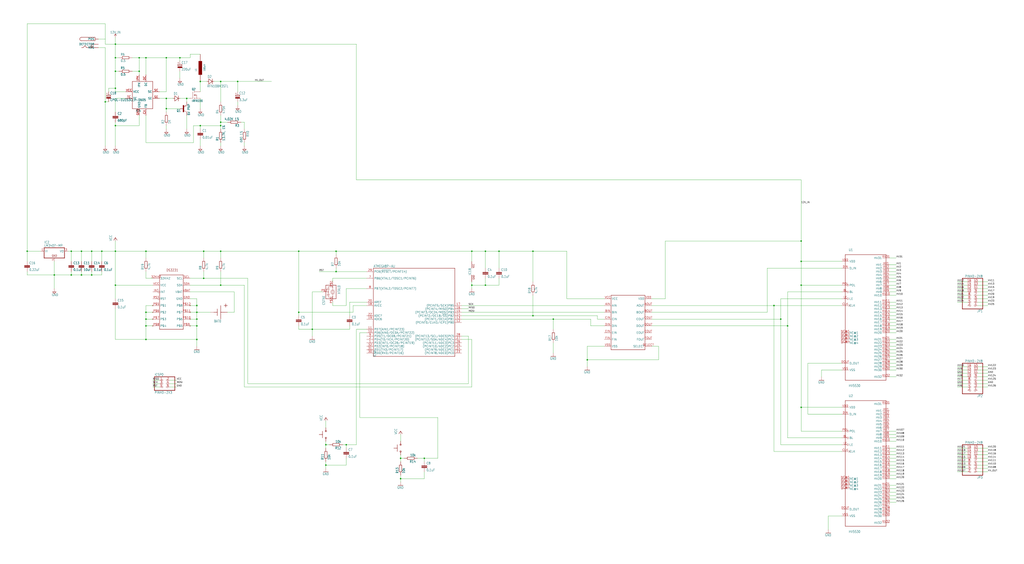
<source format=kicad_sch>
(kicad_sch (version 20250114) (generator "eeschema") (generator_version "9.0")
  (paper "User" 766.191 422.123)
  (junction (at 109.22 254))
  (junction (at 53.34 187.96))
  (junction (at 40.64 205.74))
  (junction (at 149.86 60.96))
  (junction (at 149.86 93.98))
  (junction (at 60.96 205.74))
  (junction (at 599.44 304.8))
  (junction (at 152.4 187.96))
  (junction (at 599.44 180.34))
  (junction (at 104.14 43.18))
  (junction (at 165.1 91.44))
  (junction (at 147.32 238.76))
  (junction (at 104.14 53.34))
  (junction (at 139.7 73.66))
  (junction (at 165.1 187.96))
  (junction (at 599.44 213.36))
  (junction (at 251.46 203.2))
  (junction (at 86.36 53.34))
  (junction (at 86.36 187.96))
  (junction (at 414.02 238.76))
  (junction (at 152.4 208.28))
  (junction (at 177.8 60.96))
  (junction (at 233.68 246.38))
  (junction (at 124.46 43.18))
  (junction (at 147.32 233.68))
  (junction (at 398.78 187.96))
  (junction (at 68.58 187.96))
  (junction (at 243.84 347.98))
  (junction (at 439.42 269.24))
  (junction (at 251.46 187.96))
  (junction (at 584.2 238.76))
  (junction (at 353.06 187.96))
  (junction (at 20.32 187.96))
  (junction (at 299.72 358.14))
  (junction (at 147.32 254))
  (junction (at 223.52 187.96))
  (junction (at 76.2 187.96))
  (junction (at 363.22 213.36))
  (junction (at 579.12 228.6))
  (junction (at 78.74 76.2))
  (junction (at 86.36 43.18))
  (junction (at 109.22 233.68))
  (junction (at 147.32 243.84))
  (junction (at 353.06 213.36))
  (junction (at 109.22 187.96))
  (junction (at 165.1 93.98))
  (junction (at 60.96 187.96))
  (junction (at 363.22 187.96))
  (junction (at 134.62 43.18))
  (junction (at 299.72 342.9))
  (junction (at 165.1 213.36))
  (junction (at 86.36 93.98))
  (junction (at 86.36 213.36))
  (junction (at 68.58 205.74))
  (junction (at 599.44 195.58))
  (junction (at 398.78 236.22))
  (junction (at 124.46 73.66))
  (junction (at 373.38 187.96))
  (junction (at 165.1 60.96))
  (junction (at 589.28 243.84))
  (junction (at 124.46 81.28))
  (junction (at 109.22 243.84))
  (junction (at 147.32 228.6))
  (junction (at 317.5 342.9))
  (junction (at 243.84 332.74))
  (junction (at 259.08 332.74))
  (junction (at 86.36 33.02))
  (junction (at 53.34 205.74))
  (junction (at 86.36 66.04))
  (junction (at 223.52 233.68))
  (junction (at 109.22 43.18))
  (junction (at 109.22 238.76))
  (wire (pts (xy 109.22 208.28) (xy 109.22 203.2)) (stroke (width 0.1524)))
  (wire (pts (xy 353.06 213.36) (xy 363.22 213.36)) (stroke (width 0.1524)))
  (wire (pts (xy 165.1 60.96) (xy 177.8 60.96)) (stroke (width 0.1524)))
  (wire (pts (xy 182.88 91.44) (xy 182.88 96.52)) (stroke (width 0.1524)))
  (wire (pts (xy 731.52 337.82) (xy 739.14 337.82)) (stroke (width 0.1524)))
  (wire (pts (xy 68.58 205.74) (xy 76.2 205.74)) (stroke (width 0.1524)))
  (wire (pts (xy 53.34 205.74) (xy 53.34 203.2)) (stroke (width 0.1524)))
  (wire (pts (xy 266.7 33.02) (xy 266.7 134.62)) (stroke (width 0.1524)))
  (wire (pts (xy 414.02 246.38) (xy 414.02 238.76)) (stroke (width 0.1524)))
  (wire (pts (xy 261.62 226.06) (xy 261.62 236.22)) (stroke (width 0.1524)))
  (wire (pts (xy 731.52 340.36) (xy 739.14 340.36)) (stroke (width 0.1524)))
  (wire (pts (xy 299.72 340.36) (xy 299.72 342.9)) (stroke (width 0.1524)))
  (wire (pts (xy 731.52 345.44) (xy 739.14 345.44)) (stroke (width 0.1524)))
  (wire (pts (xy 274.32 226.06) (xy 261.62 226.06)) (stroke (width 0.1524)))
  (wire (pts (xy 629.92 195.58) (xy 599.44 195.58)) (stroke (width 0.1524)))
  (wire (pts (xy 259.08 347.98) (xy 259.08 342.9)) (stroke (width 0.1524)))
  (wire (pts (xy 68.58 195.58) (xy 68.58 187.96)) (stroke (width 0.1524)))
  (wire (pts (xy 497.84 223.52) (xy 487.68 223.52)) (stroke (width 0.1524)))
  (wire (pts (xy 665.48 345.44) (xy 670.56 345.44)) (stroke (width 0.1524)))
  (wire (pts (xy 723.9 342.9) (xy 716.28 342.9)) (stroke (width 0.1524)))
  (wire (pts (xy 274.32 215.9) (xy 259.08 215.9)) (stroke (width 0.1524)))
  (wire (pts (xy 723.9 226.06) (xy 716.28 226.06)) (stroke (width 0.1524)))
  (wire (pts (xy 266.7 246.38) (xy 274.32 246.38)) (stroke (width 0.1524)))
  (wire (pts (xy 104.14 55.88) (xy 104.14 53.34)) (stroke (width 0.1524)))
  (wire (pts (xy 274.32 228.6) (xy 264.16 228.6)) (stroke (width 0.1524)))
  (wire (pts (xy 142.24 40.64) (xy 149.86 40.64)) (stroke (width 0.1524)))
  (wire (pts (xy 665.48 208.28) (xy 670.56 208.28)) (stroke (width 0.1524)))
  (wire (pts (xy 441.96 243.84) (xy 452.12 243.84)) (stroke (width 0.1524)))
  (wire (pts (xy 398.78 236.22) (xy 447.04 236.22)) (stroke (width 0.1524)))
  (wire (pts (xy 185.42 208.28) (xy 185.42 287.02)) (stroke (width 0.1524)))
  (wire (pts (xy 363.22 213.36) (xy 363.22 208.28)) (stroke (width 0.1524)))
  (wire (pts (xy 619.76 396.24) (xy 619.76 386.08)) (stroke (width 0.1524)))
  (wire (pts (xy 665.48 271.78) (xy 670.56 271.78)) (stroke (width 0.1524)))
  (wire (pts (xy 723.9 335.28) (xy 716.28 335.28)) (stroke (width 0.1524)))
  (wire (pts (xy 353.06 254) (xy 345.44 254)) (stroke (width 0.1524)))
  (wire (pts (xy 363.22 187.96) (xy 363.22 200.66)) (stroke (width 0.1524)))
  (wire (pts (xy 124.46 43.18) (xy 124.46 68.58)) (stroke (width 0.1524)))
  (wire (pts (xy 73.66 35.56) (xy 78.74 35.56)) (stroke (width 0.1524)))
  (wire (pts (xy 665.48 228.6) (xy 670.56 228.6)) (stroke (width 0.1524)))
  (wire (pts (xy 142.24 223.52) (xy 147.32 223.52)) (stroke (width 0.1524)))
  (wire (pts (xy 261.62 246.38) (xy 261.62 243.84)) (stroke (width 0.1524)))
  (wire (pts (xy 223.52 233.68) (xy 223.52 187.96)) (stroke (width 0.1524)))
  (wire (pts (xy 345.44 236.22) (xy 398.78 236.22)) (stroke (width 0.1524)))
  (wire (pts (xy 317.5 342.9) (xy 317.5 345.44)) (stroke (width 0.1524)))
  (wire (pts (xy 665.48 276.86) (xy 670.56 276.86)) (stroke (width 0.1524)))
  (wire (pts (xy 142.24 238.76) (xy 147.32 238.76)) (stroke (width 0.1524)))
  (wire (pts (xy 579.12 337.82) (xy 579.12 228.6)) (stroke (width 0.1524)))
  (wire (pts (xy 149.86 96.52) (xy 149.86 93.98)) (stroke (width 0.1524)))
  (wire (pts (xy 165.1 187.96) (xy 223.52 187.96)) (stroke (width 0.1524)))
  (wire (pts (xy 180.34 91.44) (xy 182.88 91.44)) (stroke (width 0.1524)))
  (wire (pts (xy 299.72 358.14) (xy 299.72 360.68)) (stroke (width 0.1524)))
  (wire (pts (xy 248.92 228.6) (xy 248.92 226.06)) (stroke (width 0.1524)))
  (wire (pts (xy 266.7 332.74) (xy 266.7 246.38)) (stroke (width 0.1524)))
  (wire (pts (xy 350.52 251.46) (xy 345.44 251.46)) (stroke (width 0.1524)))
  (wire (pts (xy 60.96 205.74) (xy 68.58 205.74)) (stroke (width 0.1524)))
  (wire (pts (xy 584.2 332.74) (xy 629.92 332.74)) (stroke (width 0.1524)))
  (wire (pts (xy 665.48 264.16) (xy 670.56 264.16)) (stroke (width 0.1524)))
  (wire (pts (xy 731.52 223.52) (xy 739.14 223.52)) (stroke (width 0.1524)))
  (wire (pts (xy 30.48 187.96) (xy 20.32 187.96)) (stroke (width 0.1524)))
  (wire (pts (xy 353.06 215.9) (xy 353.06 213.36)) (stroke (width 0.1524)))
  (wire (pts (xy 723.9 353.06) (xy 716.28 353.06)) (stroke (width 0.1524)))
  (wire (pts (xy 139.7 76.2) (xy 139.7 73.66)) (stroke (width 0.1524)))
  (wire (pts (xy 76.2 205.74) (xy 76.2 203.2)) (stroke (width 0.1524)))
  (wire (pts (xy 154.94 60.96) (xy 149.86 60.96)) (stroke (width 0.1524)))
  (wire (pts (xy 233.68 246.38) (xy 233.68 251.46)) (stroke (width 0.1524)))
  (wire (pts (xy 274.32 203.2) (xy 251.46 203.2)) (stroke (width 0.1524)))
  (wire (pts (xy 251.46 200.66) (xy 251.46 203.2)) (stroke (width 0.1524)))
  (wire (pts (xy 109.22 106.68) (xy 144.78 106.68)) (stroke (width 0.1524)))
  (wire (pts (xy 398.78 187.96) (xy 424.18 187.96)) (stroke (width 0.1524)))
  (wire (pts (xy 665.48 373.38) (xy 670.56 373.38)) (stroke (width 0.1524)))
  (wire (pts (xy 599.44 195.58) (xy 599.44 180.34)) (stroke (width 0.1524)))
  (wire (pts (xy 127 284.48) (xy 132.08 284.48)) (stroke (width 0.1524)))
  (wire (pts (xy 584.2 223.52) (xy 629.92 223.52)) (stroke (width 0.1524)))
  (wire (pts (xy 665.48 330.2) (xy 670.56 330.2)) (stroke (width 0.1524)))
  (wire (pts (xy 723.9 281.94) (xy 716.28 281.94)) (stroke (width 0.1524)))
  (wire (pts (xy 165.1 203.2) (xy 165.1 213.36)) (stroke (width 0.1524)))
  (wire (pts (xy 350.52 287.02) (xy 350.52 251.46)) (stroke (width 0.1524)))
  (wire (pts (xy 147.32 228.6) (xy 147.32 233.68)) (stroke (width 0.1524)))
  (wire (pts (xy 68.58 205.74) (xy 68.58 203.2)) (stroke (width 0.1524)))
  (wire (pts (xy 619.76 386.08) (xy 629.92 386.08)) (stroke (width 0.1524)))
  (wire (pts (xy 731.52 281.94) (xy 739.14 281.94)) (stroke (width 0.1524)))
  (wire (pts (xy 723.9 340.36) (xy 716.28 340.36)) (stroke (width 0.1524)))
  (wire (pts (xy 665.48 246.38) (xy 670.56 246.38)) (stroke (width 0.1524)))
  (wire (pts (xy 175.26 233.68) (xy 175.26 218.44)) (stroke (width 0.1524)))
  (wire (pts (xy 259.08 332.74) (xy 266.7 332.74)) (stroke (width 0.1524)))
  (wire (pts (xy 114.3 233.68) (xy 109.22 233.68)) (stroke (width 0.1524)))
  (wire (pts (xy 731.52 279.4) (xy 739.14 279.4)) (stroke (width 0.1524)))
  (wire (pts (xy 723.9 215.9) (xy 716.28 215.9)) (stroke (width 0.1524)))
  (wire (pts (xy 223.52 187.96) (xy 251.46 187.96)) (stroke (width 0.1524)))
  (wire (pts (xy 266.7 33.02) (xy 86.36 33.02)) (stroke (width 0.1524)))
  (wire (pts (xy 104.14 93.98) (xy 86.36 93.98)) (stroke (width 0.1524)))
  (wire (pts (xy 124.46 68.58) (xy 119.38 68.58)) (stroke (width 0.1524)))
  (wire (pts (xy 731.52 284.48) (xy 739.14 284.48)) (stroke (width 0.1524)))
  (wire (pts (xy 182.88 289.56) (xy 353.06 289.56)) (stroke (width 0.1524)))
  (wire (pts (xy 665.48 205.74) (xy 670.56 205.74)) (stroke (width 0.1524)))
  (wire (pts (xy 398.78 210.82) (xy 398.78 187.96)) (stroke (width 0.1524)))
  (wire (pts (xy 243.84 314.96) (xy 243.84 320.04)) (stroke (width 0.1524)))
  (wire (pts (xy 492.76 269.24) (xy 492.76 259.08)) (stroke (width 0.1524)))
  (wire (pts (xy 223.52 243.84) (xy 223.52 246.38)) (stroke (width 0.1524)))
  (wire (pts (xy 353.06 289.56) (xy 353.06 254)) (stroke (width 0.1524)))
  (wire (pts (xy 182.88 106.68) (xy 182.88 109.22)) (stroke (width 0.1524)))
  (wire (pts (xy 241.3 218.44) (xy 233.68 218.44)) (stroke (width 0.1524)))
  (wire (pts (xy 259.08 332.74) (xy 259.08 335.28)) (stroke (width 0.1524)))
  (wire (pts (xy 259.08 215.9) (xy 259.08 228.6)) (stroke (width 0.1524)))
  (wire (pts (xy 599.44 180.34) (xy 599.44 134.62)) (stroke (width 0.1524)))
  (wire (pts (xy 233.68 246.38) (xy 261.62 246.38)) (stroke (width 0.1524)))
  (wire (pts (xy 723.9 350.52) (xy 716.28 350.52)) (stroke (width 0.1524)))
  (wire (pts (xy 142.24 233.68) (xy 147.32 233.68)) (stroke (width 0.1524)))
  (wire (pts (xy 665.48 200.66) (xy 670.56 200.66)) (stroke (width 0.1524)))
  (wire (pts (xy 264.16 228.6) (xy 264.16 233.68)) (stroke (width 0.1524)))
  (wire (pts (xy 629.92 213.36) (xy 599.44 213.36)) (stroke (width 0.1524)))
  (wire (pts (xy 629.92 309.88) (xy 604.52 309.88)) (stroke (width 0.1524)))
  (wire (pts (xy 185.42 287.02) (xy 350.52 287.02)) (stroke (width 0.1524)))
  (wire (pts (xy 731.52 276.86) (xy 739.14 276.86)) (stroke (width 0.1524)))
  (wire (pts (xy 665.48 261.62) (xy 670.56 261.62)) (stroke (width 0.1524)))
  (wire (pts (xy 665.48 210.82) (xy 670.56 210.82)) (stroke (width 0.1524)))
  (wire (pts (xy 269.24 312.42) (xy 327.66 312.42)) (stroke (width 0.1524)))
  (wire (pts (xy 353.06 187.96) (xy 363.22 187.96)) (stroke (width 0.1524)))
  (wire (pts (xy 86.36 53.34) (xy 86.36 66.04)) (stroke (width 0.1524)))
  (wire (pts (xy 170.18 233.68) (xy 175.26 233.68)) (stroke (width 0.1524)))
  (wire (pts (xy 665.48 215.9) (xy 670.56 215.9)) (stroke (width 0.1524)))
  (wire (pts (xy 604.52 271.78) (xy 629.92 271.78)) (stroke (width 0.1524)))
  (wire (pts (xy 104.14 86.36) (xy 104.14 93.98)) (stroke (width 0.1524)))
  (wire (pts (xy 604.52 309.88) (xy 604.52 271.78)) (stroke (width 0.1524)))
  (wire (pts (xy 109.22 243.84) (xy 109.22 254)) (stroke (width 0.1524)))
  (wire (pts (xy 109.22 43.18) (xy 109.22 55.88)) (stroke (width 0.1524)))
  (wire (pts (xy 345.44 238.76) (xy 414.02 238.76)) (stroke (width 0.1524)))
  (wire (pts (xy 127 289.56) (xy 132.08 289.56)) (stroke (width 0.1524)))
  (wire (pts (xy 86.36 27.94) (xy 86.36 33.02)) (stroke (width 0.1524)))
  (wire (pts (xy 175.26 218.44) (xy 142.24 218.44)) (stroke (width 0.1524)))
  (wire (pts (xy 251.46 187.96) (xy 353.06 187.96)) (stroke (width 0.1524)))
  (wire (pts (xy 363.22 213.36) (xy 373.38 213.36)) (stroke (width 0.1524)))
  (wire (pts (xy 599.44 180.34) (xy 497.84 180.34)) (stroke (width 0.1524)))
  (wire (pts (xy 439.42 259.08) (xy 439.42 269.24)) (stroke (width 0.1524)))
  (wire (pts (xy 269.24 312.42) (xy 269.24 248.92)) (stroke (width 0.1524)))
  (wire (pts (xy 152.4 208.28) (xy 185.42 208.28)) (stroke (width 0.1524)))
  (wire (pts (xy 142.24 43.18) (xy 142.24 40.64)) (stroke (width 0.1524)))
  (wire (pts (xy 452.12 259.08) (xy 439.42 259.08)) (stroke (width 0.1524)))
  (wire (pts (xy 327.66 312.42) (xy 327.66 342.9)) (stroke (width 0.1524)))
  (wire (pts (xy 665.48 342.9) (xy 670.56 342.9)) (stroke (width 0.1524)))
  (wire (pts (xy 147.32 254) (xy 147.32 259.08)) (stroke (width 0.1524)))
  (wire (pts (xy 665.48 358.14) (xy 670.56 358.14)) (stroke (width 0.1524)))
  (wire (pts (xy 665.48 365.76) (xy 670.56 365.76)) (stroke (width 0.1524)))
  (wire (pts (xy 170.18 91.44) (xy 165.1 91.44)) (stroke (width 0.1524)))
  (wire (pts (xy 447.04 236.22) (xy 447.04 238.76)) (stroke (width 0.1524)))
  (wire (pts (xy 142.24 228.6) (xy 147.32 228.6)) (stroke (width 0.1524)))
  (wire (pts (xy 665.48 218.44) (xy 670.56 218.44)) (stroke (width 0.1524)))
  (wire (pts (xy 259.08 228.6) (xy 248.92 228.6)) (stroke (width 0.1524)))
  (wire (pts (xy 723.9 210.82) (xy 716.28 210.82)) (stroke (width 0.1524)))
  (wire (pts (xy 99.06 53.34) (xy 104.14 53.34)) (stroke (width 0.1524)))
  (wire (pts (xy 665.48 335.28) (xy 670.56 335.28)) (stroke (width 0.1524)))
  (wire (pts (xy 665.48 236.22) (xy 670.56 236.22)) (stroke (width 0.1524)))
  (wire (pts (xy 86.36 53.34) (xy 86.36 43.18)) (stroke (width 0.1524)))
  (wire (pts (xy 723.9 274.32) (xy 716.28 274.32)) (stroke (width 0.1524)))
  (wire (pts (xy 731.52 226.06) (xy 739.14 226.06)) (stroke (width 0.1524)))
  (wire (pts (xy 86.36 93.98) (xy 86.36 91.44)) (stroke (width 0.1524)))
  (wire (pts (xy 20.32 17.78) (xy 20.32 187.96)) (stroke (width 0.1524)))
  (wire (pts (xy 251.46 203.2) (xy 238.76 203.2)) (stroke (width 0.1524)))
  (wire (pts (xy 665.48 269.24) (xy 670.56 269.24)) (stroke (width 0.1524)))
  (wire (pts (xy 665.48 193.04) (xy 670.56 193.04)) (stroke (width 0.1524)))
  (wire (pts (xy 104.14 43.18) (xy 99.06 43.18)) (stroke (width 0.1524)))
  (wire (pts (xy 665.48 231.14) (xy 670.56 231.14)) (stroke (width 0.1524)))
  (wire (pts (xy 629.92 322.58) (xy 599.44 322.58)) (stroke (width 0.1524)))
  (wire (pts (xy 274.32 248.92) (xy 269.24 248.92)) (stroke (width 0.1524)))
  (wire (pts (xy 248.92 208.28) (xy 274.32 208.28)) (stroke (width 0.1524)))
  (wire (pts (xy 152.4 203.2) (xy 152.4 208.28)) (stroke (width 0.1524)))
  (wire (pts (xy 114.3 238.76) (xy 109.22 238.76)) (stroke (width 0.1524)))
  (wire (pts (xy 731.52 287.02) (xy 739.14 287.02)) (stroke (width 0.1524)))
  (wire (pts (xy 60.96 195.58) (xy 60.96 187.96)) (stroke (width 0.1524)))
  (wire (pts (xy 147.32 238.76) (xy 147.32 243.84)) (stroke (width 0.1524)))
  (wire (pts (xy 614.68 276.86) (xy 614.68 281.94)) (stroke (width 0.1524)))
  (wire (pts (xy 731.52 289.56) (xy 739.14 289.56)) (stroke (width 0.1524)))
  (wire (pts (xy 665.48 363.22) (xy 670.56 363.22)) (stroke (width 0.1524)))
  (wire (pts (xy 60.96 205.74) (xy 60.96 203.2)) (stroke (width 0.1524)))
  (wire (pts (xy 665.48 248.92) (xy 670.56 248.92)) (stroke (width 0.1524)))
  (wire (pts (xy 665.48 274.32) (xy 670.56 274.32)) (stroke (width 0.1524)))
  (wire (pts (xy 264.16 233.68) (xy 223.52 233.68)) (stroke (width 0.1524)))
  (wire (pts (xy 165.1 193.04) (xy 165.1 187.96)) (stroke (width 0.1524)))
  (wire (pts (xy 665.48 322.58) (xy 670.56 322.58)) (stroke (width 0.1524)))
  (wire (pts (xy 723.9 287.02) (xy 716.28 287.02)) (stroke (width 0.1524)))
  (wire (pts (xy 165.1 91.44) (xy 165.1 93.98)) (stroke (width 0.1524)))
  (wire (pts (xy 243.84 345.44) (xy 243.84 347.98)) (stroke (width 0.1524)))
  (wire (pts (xy 345.44 231.14) (xy 350.52 231.14)) (stroke (width 0.1524)))
  (wire (pts (xy 665.48 226.06) (xy 670.56 226.06)) (stroke (width 0.1524)))
  (wire (pts (xy 81.28 76.2) (xy 78.74 76.2)) (stroke (width 0.1524)))
  (wire (pts (xy 134.62 43.18) (xy 142.24 43.18)) (stroke (width 0.1524)))
  (wire (pts (xy 665.48 266.7) (xy 670.56 266.7)) (stroke (width 0.1524)))
  (wire (pts (xy 182.88 213.36) (xy 182.88 289.56)) (stroke (width 0.1524)))
  (wire (pts (xy 86.36 83.82) (xy 86.36 73.66)) (stroke (width 0.1524)))
  (wire (pts (xy 248.92 210.82) (xy 248.92 208.28)) (stroke (width 0.1524)))
  (wire (pts (xy 723.9 289.56) (xy 716.28 289.56)) (stroke (width 0.1524)))
  (wire (pts (xy 599.44 304.8) (xy 629.92 304.8)) (stroke (width 0.1524)))
  (wire (pts (xy 398.78 236.22) (xy 398.78 220.98)) (stroke (width 0.1524)))
  (wire (pts (xy 134.62 81.28) (xy 124.46 81.28)) (stroke (width 0.1524)))
  (wire (pts (xy 665.48 203.2) (xy 670.56 203.2)) (stroke (width 0.1524)))
  (wire (pts (xy 119.38 289.56) (xy 114.3 289.56)) (stroke (width 0.1524)))
  (wire (pts (xy 731.52 210.82) (xy 739.14 210.82)) (stroke (width 0.1524)))
  (wire (pts (xy 144.78 93.98) (xy 149.86 93.98)) (stroke (width 0.1524)))
  (wire (pts (xy 165.1 60.96) (xy 165.1 76.2)) (stroke (width 0.1524)))
  (wire (pts (xy 299.72 358.14) (xy 317.5 358.14)) (stroke (width 0.1524)))
  (wire (pts (xy 109.22 238.76) (xy 109.22 243.84)) (stroke (width 0.1524)))
  (wire (pts (xy 251.46 190.5) (xy 251.46 187.96)) (stroke (width 0.1524)))
  (wire (pts (xy 53.34 205.74) (xy 60.96 205.74)) (stroke (width 0.1524)))
  (wire (pts (xy 144.78 106.68) (xy 144.78 93.98)) (stroke (width 0.1524)))
  (wire (pts (xy 299.72 330.2) (xy 299.72 325.12)) (stroke (width 0.1524)))
  (wire (pts (xy 723.9 279.4) (xy 716.28 279.4)) (stroke (width 0.1524)))
  (wire (pts (xy 86.36 231.14) (xy 86.36 254)) (stroke (width 0.1524)))
  (wire (pts (xy 223.52 246.38) (xy 233.68 246.38)) (stroke (width 0.1524)))
  (wire (pts (xy 424.18 223.52) (xy 452.12 223.52)) (stroke (width 0.1524)))
  (wire (pts (xy 149.86 73.66) (xy 149.86 81.28)) (stroke (width 0.1524)))
  (wire (pts (xy 81.28 68.58) (xy 81.28 66.04)) (stroke (width 0.1524)))
  (wire (pts (xy 243.84 330.2) (xy 243.84 332.74)) (stroke (width 0.1524)))
  (wire (pts (xy 81.28 66.04) (xy 86.36 66.04)) (stroke (width 0.1524)))
  (wire (pts (xy 243.84 332.74) (xy 243.84 335.28)) (stroke (width 0.1524)))
  (wire (pts (xy 147.32 243.84) (xy 147.32 254)) (stroke (width 0.1524)))
  (wire (pts (xy 76.2 187.96) (xy 86.36 187.96)) (stroke (width 0.1524)))
  (wire (pts (xy 723.9 220.98) (xy 716.28 220.98)) (stroke (width 0.1524)))
  (wire (pts (xy 256.54 332.74) (xy 259.08 332.74)) (stroke (width 0.1524)))
  (wire (pts (xy 665.48 350.52) (xy 670.56 350.52)) (stroke (width 0.1524)))
  (wire (pts (xy 114.3 208.28) (xy 109.22 208.28)) (stroke (width 0.1524)))
  (wire (pts (xy 665.48 327.66) (xy 670.56 327.66)) (stroke (width 0.1524)))
  (wire (pts (xy 104.14 43.18) (xy 109.22 43.18)) (stroke (width 0.1524)))
  (wire (pts (xy 414.02 256.54) (xy 414.02 264.16)) (stroke (width 0.1524)))
  (wire (pts (xy 665.48 340.36) (xy 670.56 340.36)) (stroke (width 0.1524)))
  (wire (pts (xy 665.48 353.06) (xy 670.56 353.06)) (stroke (width 0.1524)))
  (wire (pts (xy 579.12 228.6) (xy 629.92 228.6)) (stroke (width 0.1524)))
  (wire (pts (xy 177.8 60.96) (xy 203.2 60.96)) (stroke (width 0.1524)))
  (wire (pts (xy 223.52 236.22) (xy 223.52 233.68)) (stroke (width 0.1524)))
  (wire (pts (xy 665.48 368.3) (xy 670.56 368.3)) (stroke (width 0.1524)))
  (wire (pts (xy 20.32 205.74) (xy 40.64 205.74)) (stroke (width 0.1524)))
  (wire (pts (xy 119.38 284.48) (xy 114.3 284.48)) (stroke (width 0.1524)))
  (wire (pts (xy 487.68 238.76) (xy 584.2 238.76)) (stroke (width 0.1524)))
  (wire (pts (xy 665.48 256.54) (xy 670.56 256.54)) (stroke (width 0.1524)))
  (wire (pts (xy 731.52 350.52) (xy 739.14 350.52)) (stroke (width 0.1524)))
  (wire (pts (xy 127 287.02) (xy 132.08 287.02)) (stroke (width 0.1524)))
  (wire (pts (xy 20.32 203.2) (xy 20.32 205.74)) (stroke (width 0.1524)))
  (wire (pts (xy 50.8 187.96) (xy 53.34 187.96)) (stroke (width 0.1524)))
  (wire (pts (xy 60.96 187.96) (xy 68.58 187.96)) (stroke (width 0.1524)))
  (wire (pts (xy 731.52 228.6) (xy 739.14 228.6)) (stroke (width 0.1524)))
  (wire (pts (xy 157.48 233.68) (xy 147.32 233.68)) (stroke (width 0.1524)))
  (wire (pts (xy 629.92 276.86) (xy 614.68 276.86)) (stroke (width 0.1524)))
  (wire (pts (xy 731.52 347.98) (xy 739.14 347.98)) (stroke (width 0.1524)))
  (wire (pts (xy 723.9 284.48) (xy 716.28 284.48)) (stroke (width 0.1524)))
  (wire (pts (xy 266.7 134.62) (xy 599.44 134.62)) (stroke (width 0.1524)))
  (wire (pts (xy 78.74 33.02) (xy 78.74 29.21)) (stroke (width 0.1524)))
  (wire (pts (xy 149.86 93.98) (xy 165.1 93.98)) (stroke (width 0.1524)))
  (wire (pts (xy 134.62 73.66) (xy 139.7 73.66)) (stroke (width 0.1524)))
  (wire (pts (xy 487.68 243.84) (xy 589.28 243.84)) (stroke (width 0.1524)))
  (wire (pts (xy 165.1 106.68) (xy 165.1 109.22)) (stroke (width 0.1524)))
  (wire (pts (xy 574.04 233.68) (xy 574.04 200.66)) (stroke (width 0.1524)))
  (wire (pts (xy 731.52 220.98) (xy 739.14 220.98)) (stroke (width 0.1524)))
  (wire (pts (xy 665.48 198.12) (xy 670.56 198.12)) (stroke (width 0.1524)))
  (wire (pts (xy 665.48 375.92) (xy 670.56 375.92)) (stroke (width 0.1524)))
  (wire (pts (xy 731.52 335.28) (xy 739.14 335.28)) (stroke (width 0.1524)))
  (wire (pts (xy 373.38 187.96) (xy 398.78 187.96)) (stroke (width 0.1524)))
  (wire (pts (xy 40.64 205.74) (xy 40.64 215.9)) (stroke (width 0.1524)))
  (wire (pts (xy 53.34 187.96) (xy 60.96 187.96)) (stroke (width 0.1524)))
  (wire (pts (xy 142.24 243.84) (xy 147.32 243.84)) (stroke (width 0.1524)))
  (wire (pts (xy 299.72 355.6) (xy 299.72 358.14)) (stroke (width 0.1524)))
  (wire (pts (xy 86.36 73.66) (xy 93.98 73.66)) (stroke (width 0.1524)))
  (wire (pts (xy 363.22 187.96) (xy 373.38 187.96)) (stroke (width 0.1524)))
  (wire (pts (xy 139.7 86.36) (xy 139.7 96.52)) (stroke (width 0.1524)))
  (wire (pts (xy 731.52 353.06) (xy 739.14 353.06)) (stroke (width 0.1524)))
  (wire (pts (xy 317.5 342.9) (xy 327.66 342.9)) (stroke (width 0.1524)))
  (wire (pts (xy 414.02 238.76) (xy 441.96 238.76)) (stroke (width 0.1524)))
  (wire (pts (xy 152.4 187.96) (xy 109.22 187.96)) (stroke (width 0.1524)))
  (wire (pts (xy 124.46 93.98) (xy 124.46 96.52)) (stroke (width 0.1524)))
  (wire (pts (xy 589.28 243.84) (xy 589.28 327.66)) (stroke (width 0.1524)))
  (wire (pts (xy 723.9 337.82) (xy 716.28 337.82)) (stroke (width 0.1524)))
  (wire (pts (xy 114.3 243.84) (xy 109.22 243.84)) (stroke (width 0.1524)))
  (wire (pts (xy 299.72 342.9) (xy 299.72 345.44)) (stroke (width 0.1524)))
  (wire (pts (xy 114.3 228.6) (xy 109.22 228.6)) (stroke (width 0.1524)))
  (wire (pts (xy 165.1 86.36) (xy 165.1 91.44)) (stroke (width 0.1524)))
  (wire (pts (xy 124.46 83.82) (xy 124.46 81.28)) (stroke (width 0.1524)))
  (wire (pts (xy 447.04 238.76) (xy 452.12 238.76)) (stroke (width 0.1524)))
  (wire (pts (xy 142.24 208.28) (xy 152.4 208.28)) (stroke (width 0.1524)))
  (wire (pts (xy 86.36 254) (xy 109.22 254)) (stroke (width 0.1524)))
  (wire (pts (xy 584.2 238.76) (xy 584.2 223.52)) (stroke (width 0.1524)))
  (wire (pts (xy 86.36 213.36) (xy 114.3 213.36)) (stroke (width 0.1524)))
  (wire (pts (xy 78.74 17.78) (xy 20.32 17.78)) (stroke (width 0.1524)))
  (wire (pts (xy 109.22 254) (xy 147.32 254)) (stroke (width 0.1524)))
  (wire (pts (xy 723.9 213.36) (xy 716.28 213.36)) (stroke (width 0.1524)))
  (wire (pts (xy 86.36 33.02) (xy 86.36 43.18)) (stroke (width 0.1524)))
  (wire (pts (xy 731.52 274.32) (xy 739.14 274.32)) (stroke (width 0.1524)))
  (wire (pts (xy 109.22 43.18) (xy 124.46 43.18)) (stroke (width 0.1524)))
  (wire (pts (xy 124.46 73.66) (xy 129.54 73.66)) (stroke (width 0.1524)))
  (wire (pts (xy 345.44 228.6) (xy 452.12 228.6)) (stroke (width 0.1524)))
  (wire (pts (xy 299.72 342.9) (xy 302.26 342.9)) (stroke (width 0.1524)))
  (wire (pts (xy 723.9 345.44) (xy 716.28 345.44)) (stroke (width 0.1524)))
  (wire (pts (xy 86.36 43.18) (xy 88.9 43.18)) (stroke (width 0.1524)))
  (wire (pts (xy 86.36 109.22) (xy 86.36 93.98)) (stroke (width 0.1524)))
  (wire (pts (xy 109.22 233.68) (xy 109.22 238.76)) (stroke (width 0.1524)))
  (wire (pts (xy 20.32 195.58) (xy 20.32 187.96)) (stroke (width 0.1524)))
  (wire (pts (xy 86.36 66.04) (xy 86.36 68.58)) (stroke (width 0.1524)))
  (wire (pts (xy 177.8 76.2) (xy 177.8 78.74)) (stroke (width 0.1524)))
  (wire (pts (xy 599.44 322.58) (xy 599.44 304.8)) (stroke (width 0.1524)))
  (wire (pts (xy 78.74 29.21) (xy 78.74 17.78)) (stroke (width 0.1524)))
  (wire (pts (xy 147.32 223.52) (xy 147.32 228.6)) (stroke (width 0.1524)))
  (wire (pts (xy 243.84 332.74) (xy 246.38 332.74)) (stroke (width 0.1524)))
  (wire (pts (xy 497.84 180.34) (xy 497.84 223.52)) (stroke (width 0.1524)))
  (wire (pts (xy 40.64 195.58) (xy 40.64 205.74)) (stroke (width 0.1524)))
  (wire (pts (xy 441.96 238.76) (xy 441.96 243.84)) (stroke (width 0.1524)))
  (wire (pts (xy 665.48 254) (xy 670.56 254)) (stroke (width 0.1524)))
  (wire (pts (xy 109.22 228.6) (xy 109.22 233.68)) (stroke (width 0.1524)))
  (wire (pts (xy 731.52 218.44) (xy 739.14 218.44)) (stroke (width 0.1524)))
  (wire (pts (xy 134.62 45.72) (xy 134.62 43.18)) (stroke (width 0.1524)))
  (wire (pts (xy 665.48 233.68) (xy 670.56 233.68)) (stroke (width 0.1524)))
  (wire (pts (xy 487.68 228.6) (xy 579.12 228.6)) (stroke (width 0.1524)))
  (wire (pts (xy 124.46 43.18) (xy 134.62 43.18)) (stroke (width 0.1524)))
  (wire (pts (xy 78.74 35.56) (xy 78.74 76.2)) (stroke (width 0.1524)))
  (wire (pts (xy 119.38 287.02) (xy 114.3 287.02)) (stroke (width 0.1524)))
  (wire (pts (xy 665.48 213.36) (xy 670.56 213.36)) (stroke (width 0.1524)))
  (wire (pts (xy 665.48 243.84) (xy 670.56 243.84)) (stroke (width 0.1524)))
  (wire (pts (xy 86.36 180.34) (xy 86.36 187.96)) (stroke (width 0.1524)))
  (wire (pts (xy 665.48 281.94) (xy 670.56 281.94)) (stroke (width 0.1524)))
  (wire (pts (xy 109.22 193.04) (xy 109.22 187.96)) (stroke (width 0.1524)))
  (wire (pts (xy 86.36 223.52) (xy 86.36 213.36)) (stroke (width 0.1524)))
  (wire (pts (xy 665.48 325.12) (xy 670.56 325.12)) (stroke (width 0.1524)))
  (wire (pts (xy 88.9 53.34) (xy 86.36 53.34)) (stroke (width 0.1524)))
  (wire (pts (xy 439.42 269.24) (xy 492.76 269.24)) (stroke (width 0.1524)))
  (wire (pts (xy 53.34 195.58) (xy 53.34 187.96)) (stroke (width 0.1524)))
  (wire (pts (xy 665.48 370.84) (xy 670.56 370.84)) (stroke (width 0.1524)))
  (wire (pts (xy 78.74 29.21) (xy 73.66 29.21)) (stroke (width 0.1524)))
  (wire (pts (xy 353.06 213.36) (xy 353.06 210.82)) (stroke (width 0.1524)))
  (wire (pts (xy 487.68 233.68) (xy 574.04 233.68)) (stroke (width 0.1524)))
  (wire (pts (xy 345.44 233.68) (xy 452.12 233.68)) (stroke (width 0.1524)))
  (wire (pts (xy 134.62 53.34) (xy 134.62 58.42)) (stroke (width 0.1524)))
  (wire (pts (xy 731.52 342.9) (xy 739.14 342.9)) (stroke (width 0.1524)))
  (wire (pts (xy 599.44 213.36) (xy 599.44 195.58)) (stroke (width 0.1524)))
  (wire (pts (xy 589.28 218.44) (xy 629.92 218.44)) (stroke (width 0.1524)))
  (wire (pts (xy 599.44 304.8) (xy 599.44 213.36)) (stroke (width 0.1524)))
  (wire (pts (xy 177.8 60.96) (xy 177.8 68.58)) (stroke (width 0.1524)))
  (wire (pts (xy 243.84 347.98) (xy 259.08 347.98)) (stroke (width 0.1524)))
  (wire (pts (xy 665.48 220.98) (xy 670.56 220.98)) (stroke (width 0.1524)))
  (wire (pts (xy 119.38 73.66) (xy 124.46 73.66)) (stroke (width 0.1524)))
  (wire (pts (xy 76.2 195.58) (xy 76.2 187.96)) (stroke (width 0.1524)))
  (wire (pts (xy 665.48 259.08) (xy 670.56 259.08)) (stroke (width 0.1524)))
  (wire (pts (xy 124.46 81.28) (xy 124.46 73.66)) (stroke (width 0.1524)))
  (wire (pts (xy 723.9 347.98) (xy 716.28 347.98)) (stroke (width 0.1524)))
  (wire (pts (xy 165.1 213.36) (xy 182.88 213.36)) (stroke (width 0.1524)))
  (wire (pts (xy 147.32 233.68) (xy 147.32 238.76)) (stroke (width 0.1524)))
  (wire (pts (xy 109.22 187.96) (xy 86.36 187.96)) (stroke (width 0.1524)))
  (wire (pts (xy 589.28 327.66) (xy 629.92 327.66)) (stroke (width 0.1524)))
  (wire (pts (xy 589.28 243.84) (xy 589.28 218.44)) (stroke (width 0.1524)))
  (wire (pts (xy 665.48 355.6) (xy 670.56 355.6)) (stroke (width 0.1524)))
  (wire (pts (xy 584.2 238.76) (xy 584.2 332.74)) (stroke (width 0.1524)))
  (wire (pts (xy 165.1 93.98) (xy 165.1 96.52)) (stroke (width 0.1524)))
  (wire (pts (xy 109.22 86.36) (xy 109.22 106.68)) (stroke (width 0.1524)))
  (wire (pts (xy 312.42 342.9) (xy 317.5 342.9)) (stroke (width 0.1524)))
  (wire (pts (xy 149.86 104.14) (xy 149.86 109.22)) (stroke (width 0.1524)))
  (wire (pts (xy 86.36 33.02) (xy 78.74 33.02)) (stroke (width 0.1524)))
  (wire (pts (xy 40.64 205.74) (xy 53.34 205.74)) (stroke (width 0.1524)))
  (wire (pts (xy 86.36 187.96) (xy 86.36 213.36)) (stroke (width 0.1524)))
  (wire (pts (xy 104.14 53.34) (xy 104.14 43.18)) (stroke (width 0.1524)))
  (wire (pts (xy 353.06 187.96) (xy 353.06 195.58)) (stroke (width 0.1524)))
  (wire (pts (xy 723.9 218.44) (xy 716.28 218.44)) (stroke (width 0.1524)))
  (wire (pts (xy 424.18 187.96) (xy 424.18 223.52)) (stroke (width 0.1524)))
  (wire (pts (xy 142.24 213.36) (xy 165.1 213.36)) (stroke (width 0.1524)))
  (wire (pts (xy 373.38 213.36) (xy 373.38 208.28)) (stroke (width 0.1524)))
  (wire (pts (xy 243.84 347.98) (xy 243.84 350.52)) (stroke (width 0.1524)))
  (wire (pts (xy 439.42 269.24) (xy 439.42 274.32)) (stroke (width 0.1524)))
  (wire (pts (xy 492.76 259.08) (xy 487.68 259.08)) (stroke (width 0.1524)))
  (wire (pts (xy 665.48 241.3) (xy 670.56 241.3)) (stroke (width 0.1524)))
  (wire (pts (xy 165.1 187.96) (xy 152.4 187.96)) (stroke (width 0.1524)))
  (wire (pts (xy 149.86 68.58) (xy 149.86 60.96)) (stroke (width 0.1524)))
  (wire (pts (xy 723.9 223.52) (xy 716.28 223.52)) (stroke (width 0.1524)))
  (wire (pts (xy 665.48 347.98) (xy 670.56 347.98)) (stroke (width 0.1524)))
  (wire (pts (xy 665.48 238.76) (xy 670.56 238.76)) (stroke (width 0.1524)))
  (wire (pts (xy 139.7 73.66) (xy 142.24 73.66)) (stroke (width 0.1524)))
  (wire (pts (xy 723.9 276.86) (xy 716.28 276.86)) (stroke (width 0.1524)))
  (wire (pts (xy 78.74 76.2) (xy 78.74 109.22)) (stroke (width 0.1524)))
  (wire (pts (xy 731.52 213.36) (xy 739.14 213.36)) (stroke (width 0.1524)))
  (wire (pts (xy 629.92 337.82) (xy 579.12 337.82)) (stroke (width 0.1524)))
  (wire (pts (xy 317.5 353.06) (xy 317.5 358.14)) (stroke (width 0.1524)))
  (wire (pts (xy 574.04 200.66) (xy 629.92 200.66)) (stroke (width 0.1524)))
  (wire (pts (xy 86.36 68.58) (xy 93.98 68.58)) (stroke (width 0.1524)))
  (wire (pts (xy 152.4 193.04) (xy 152.4 187.96)) (stroke (width 0.1524)))
  (wire (pts (xy 233.68 218.44) (xy 233.68 246.38)) (stroke (width 0.1524)))
  (wire (pts (xy 68.58 187.96) (xy 76.2 187.96)) (stroke (width 0.1524)))
  (wire (pts (xy 373.38 187.96) (xy 373.38 200.66)) (stroke (width 0.1524)))
  (wire (pts (xy 731.52 215.9) (xy 739.14 215.9)) (stroke (width 0.1524)))
  (wire (pts (xy 160.02 60.96) (xy 165.1 60.96)) (stroke (width 0.1524)))
  (wire (pts (xy 665.48 337.82) (xy 670.56 337.82)) (stroke (width 0.1524)))
  (label "GND" (at 739.14 287.02 0) (effects (font (size 1.2446 1.2446))))
  (label "VCC" (at 132.08 284.48 0) (effects (font (size 1.2446 1.2446))))
  (label "HV16" (at 670.56 238.76 0) (effects (font (size 1.2446 1.2446))))
  (label "HV119" (at 716.28 337.82 0) (effects (font (size 1.2446 1.2446))))
  (label "HV21" (at 670.56 254 0) (effects (font (size 1.2446 1.2446))))
  (label "HV26" (at 670.56 266.7 0) (effects (font (size 1.2446 1.2446))))
  (label "HV119" (at 670.56 355.6 0) (effects (font (size 1.2446 1.2446))))
  (label "HV107" (at 716.28 353.06 0) (effects (font (size 1.2446 1.2446))))
  (label "HV9" (at 670.56 218.44 0) (effects (font (size 1.2446 1.2446))))
  (label "HV122" (at 739.14 274.32 0) (effects (font (size 1.2446 1.2446))))
  (label "MOSI" (at 132.08 287.02 0) (effects (font (size 1.2446 1.2446))))
  (label "HV19" (at 670.56 246.38 0) (effects (font (size 1.2446 1.2446))))
  (label "HV117" (at 670.56 350.52 0) (effects (font (size 1.2446 1.2446))))
  (label "HV3" (at 670.56 203.2 0) (effects (font (size 1.2446 1.2446))))
  (label "HV20" (at 670.56 248.92 0) (effects (font (size 1.2446 1.2446))))
  (label "HV117" (at 716.28 340.36 0) (effects (font (size 1.2446 1.2446))))
  (label "HV10" (at 670.56 220.98 0) (effects (font (size 1.2446 1.2446))))
  (label "HV5" (at 670.56 208.28 0) (effects (font (size 1.2446 1.2446))))
  (label "HV30" (at 670.56 276.86 0) (effects (font (size 1.2446 1.2446))))
  (label "HV17" (at 670.56 241.3 0) (effects (font (size 1.2446 1.2446))))
  (label "HV120" (at 670.56 358.14 0) (effects (font (size 1.2446 1.2446))))
  (label "HV109" (at 670.56 327.66 0) (effects (font (size 1.2446 1.2446))))
  (label "HV4" (at 670.56 205.74 0) (effects (font (size 1.2446 1.2446))))
  (label "HV24" (at 670.56 261.62 0) (effects (font (size 1.2446 1.2446))))
  (label "HV28" (at 670.56 271.78 0) (effects (font (size 1.2446 1.2446))))
  (label "HV125" (at 670.56 373.38 0) (effects (font (size 1.2446 1.2446))))
  (label "HV116" (at 739.14 340.36 0) (effects (font (size 1.2446 1.2446))))
  (label "12V_IN" (at 599.44 152.4 0) (effects (font (size 1.2446 1.2446))))
  (label "HV29" (at 670.56 274.32 0) (effects (font (size 1.2446 1.2446))))
  (label "HV31" (at 670.56 193.04 0) (effects (font (size 1.2446 1.2446))))
  (label "HV114" (at 739.14 342.9 0) (effects (font (size 1.2446 1.2446))))
  (label "HV_OUT" (at 190.5 60.96 0) (effects (font (size 1.2446 1.2446))))
  (label "SCK" (at 114.3 287.02 0) (effects (font (size 1.2446 1.2446))))
  (label "HV32" (at 670.56 281.94 0) (effects (font (size 1.2446 1.2446))))
  (label "HV1" (at 670.56 198.12 0) (effects (font (size 1.2446 1.2446))))
  (label "HV6" (at 670.56 210.82 0) (effects (font (size 1.2446 1.2446))))
  (label "HV126" (at 670.56 375.92 0) (effects (font (size 1.2446 1.2446))))
  (label "HV126" (at 739.14 289.56 0) (effects (font (size 1.2446 1.2446))))
  (label "HV16" (at 716.28 215.9 0) (effects (font (size 1.2446 1.2446))))
  (label "GND" (at 716.28 279.4 0) (effects (font (size 1.2446 1.2446))))
  (label "MOSI" (at 350.52 233.68 0) (effects (font (size 1.2446 1.2446))))
  (label "GND" (at 716.28 287.02 0) (effects (font (size 1.2446 1.2446))))
  (label "HV121" (at 670.56 363.22 0) (effects (font (size 1.2446 1.2446))))
  (label "HV14" (at 716.28 213.36 0) (effects (font (size 1.2446 1.2446))))
  (label "HV6" (at 716.28 289.56 0) (effects (font (size 1.2446 1.2446))))
  (label "HV21" (at 716.28 220.98 0) (effects (font (size 1.2446 1.2446))))
  (label "HV17" (at 739.14 218.44 0) (effects (font (size 1.2446 1.2446))))
  (label "HV122" (at 670.56 365.76 0) (effects (font (size 1.2446 1.2446))))
  (label "HV27" (at 670.56 269.24 0) (effects (font (size 1.2446 1.2446))))
  (label "HV11" (at 670.56 226.06 0) (effects (font (size 1.2446 1.2446))))
  (label "HV120" (at 739.14 335.28 0) (effects (font (size 1.2446 1.2446))))
  (label "HV14" (at 670.56 233.68 0) (effects (font (size 1.2446 1.2446))))
  (label "RST" (at 114.3 289.56 0) (effects (font (size 1.2446 1.2446))))
  (label "HV7" (at 716.28 284.48 0) (effects (font (size 1.2446 1.2446))))
  (label "HV7" (at 670.56 213.36 0) (effects (font (size 1.2446 1.2446))))
  (label "HV24" (at 716.28 226.06 0) (effects (font (size 1.2446 1.2446))))
  (label "HV8" (at 670.56 215.9 0) (effects (font (size 1.2446 1.2446))))
  (label "HV115" (at 670.56 345.44 0) (effects (font (size 1.2446 1.2446))))
  (label "HV2" (at 670.56 200.66 0) (effects (font (size 1.2446 1.2446))))
  (label "HV113" (at 716.28 347.98 0) (effects (font (size 1.2446 1.2446))))
  (label "HV15" (at 739.14 215.9 0) (effects (font (size 1.2446 1.2446))))
  (label "HV115" (at 716.28 342.9 0) (effects (font (size 1.2446 1.2446))))
  (label "HV110" (at 739.14 347.98 0) (effects (font (size 1.2446 1.2446))))
  (label "SCK" (at 350.52 228.6 0) (effects (font (size 1.2446 1.2446))))
  (label "HV15" (at 670.56 236.22 0) (effects (font (size 1.2446 1.2446))))
  (label "HV18" (at 716.28 218.44 0) (effects (font (size 1.2446 1.2446))))
  (label "HV9" (at 716.28 276.86 0) (effects (font (size 1.2446 1.2446))))
  (label "HV12" (at 716.28 210.82 0) (effects (font (size 1.2446 1.2446))))
  (label "HV13" (at 670.56 231.14 0) (effects (font (size 1.2446 1.2446))))
  (label "HV10" (at 716.28 274.32 0) (effects (font (size 1.2446 1.2446))))
  (label "HV22" (at 670.56 256.54 0) (effects (font (size 1.2446 1.2446))))
  (label "RST" (at 238.76 203.2 0) (effects (font (size 1.2446 1.2446))))
  (label "HV25" (at 670.56 264.16 0) (effects (font (size 1.2446 1.2446))))
  (label "GND" (at 739.14 279.4 0) (effects (font (size 1.2446 1.2446))))
  (label "HV113" (at 670.56 340.36 0) (effects (font (size 1.2446 1.2446))))
  (label "HV107" (at 670.56 322.58 0) (effects (font (size 1.2446 1.2446))))
  (label "HV108" (at 739.14 350.52 0) (effects (font (size 1.2446 1.2446))))
  (label "HV121" (at 716.28 335.28 0) (effects (font (size 1.2446 1.2446))))
  (label "HV18" (at 670.56 243.84 0) (effects (font (size 1.2446 1.2446))))
  (label "MISO" (at 350.52 231.14 0) (effects (font (size 1.2446 1.2446))))
  (label "HV13" (at 739.14 213.36 0) (effects (font (size 1.2446 1.2446))))
  (label "HV125" (at 739.14 284.48 0) (effects (font (size 1.2446 1.2446))))
  (label "HV111" (at 670.56 335.28 0) (effects (font (size 1.2446 1.2446))))
  (label "HV114" (at 670.56 342.9 0) (effects (font (size 1.2446 1.2446))))
  (label "HV123" (at 739.14 276.86 0) (effects (font (size 1.2446 1.2446))))
  (label "HV23" (at 670.56 259.08 0) (effects (font (size 1.2446 1.2446))))
  (label "HV118" (at 670.56 353.06 0) (effects (font (size 1.2446 1.2446))))
  (label "HV112" (at 716.28 345.44 0) (effects (font (size 1.2446 1.2446))))
  (label "MISO" (at 114.3 284.48 0) (effects (font (size 1.2446 1.2446))))
  (label "HV116" (at 670.56 347.98 0) (effects (font (size 1.2446 1.2446))))
  (label "HV118" (at 739.14 337.82 0) (effects (font (size 1.2446 1.2446))))
  (label "HV111" (at 739.14 345.44 0) (effects (font (size 1.2446 1.2446))))
  (label "HV11" (at 739.14 210.82 0) (effects (font (size 1.2446 1.2446))))
  (label "HV22" (at 716.28 223.52 0) (effects (font (size 1.2446 1.2446))))
  (label "HV19" (at 739.14 223.52 0) (effects (font (size 1.2446 1.2446))))
  (label "HV124" (at 670.56 370.84 0) (effects (font (size 1.2446 1.2446))))
  (label "HV110" (at 670.56 330.2 0) (effects (font (size 1.2446 1.2446))))
  (label "HV109" (at 716.28 350.52 0) (effects (font (size 1.2446 1.2446))))
  (label "HV8" (at 716.28 281.94 0) (effects (font (size 1.2446 1.2446))))
  (label "HV123" (at 670.56 368.3 0) (effects (font (size 1.2446 1.2446))))
  (label "HV_OUT" (at 739.14 353.06 0) (effects (font (size 1.2446 1.2446))))
  (label "HV108" (at 670.56 325.12 0) (effects (font (size 1.2446 1.2446))))
  (label "GND" (at 132.08 289.56 0) (effects (font (size 1.2446 1.2446))))
  (label "HV20" (at 739.14 220.98 0) (effects (font (size 1.2446 1.2446))))
  (label "HV23" (at 739.14 226.06 0) (effects (font (size 1.2446 1.2446))))
  (label "HV12" (at 670.56 228.6 0) (effects (font (size 1.2446 1.2446))))
  (label "HV25" (at 739.14 228.6 0) (effects (font (size 1.2446 1.2446))))
  (label "HV112" (at 670.56 337.82 0) (effects (font (size 1.2446 1.2446))))
  (label "HV124" (at 739.14 281.94 0) (effects (font (size 1.2446 1.2446))))
  (symbol (lib_id "ControllerBoardSMDPSU-eagle-import:GND") (at 414.02 266.7 0) (unit 1)
    (property "Reference" "#GND11" (effects (hide yes)))
    (property "Value" "GND" (at 411.48 269.24 0) (effects (font (size 1.778 1.5113)) (justify left bottom)))
  )
  (symbol (lib_id "ControllerBoardSMDPSU-eagle-import:CPOL-EU153CLV-0605") (at 134.62 48.26 0) (unit 1)
    (property "Reference" "C17" (at 135.763 47.7774 0) (effects (font (size 1.778 1.5113)) (justify left bottom)))
    (property "Value" "220uF" (at 135.763 52.8574 0) (effects (font (size 1.778 1.5113)) (justify left bottom)))
    (property "Footprint" "ControllerBoardSMDPSU:153CLV-0605" (effects (hide yes)))
  )
  (symbol (lib_id "ControllerBoardSMDPSU-eagle-import:R-EU_R0603") (at 299.72 350.52 90) (unit 1)
    (property "Reference" "R13" (at 298.2214 354.33 0) (effects (font (size 1.778 1.5113)) (justify left bottom)))
    (property "Value" "10k" (at 303.022 354.33 0) (effects (font (size 1.778 1.5113)) (justify left bottom)))
    (property "Footprint" "ControllerBoardSMDPSU:R0603" (effects (hide yes)))
  )
  (symbol (lib_id "ControllerBoardSMDPSU-eagle-import:R-EU_R1206") (at 165.1 81.28 90) (unit 1)
    (property "Reference" "R4" (at 163.6014 85.09 0) (effects (font (size 1.778 1.5113)) (justify left bottom)))
    (property "Value" "475K" (at 168.402 85.09 0) (effects (font (size 1.778 1.5113)) (justify left bottom)))
    (property "Footprint" "ControllerBoardSMDPSU:R1206" (effects (hide yes)))
  )
  (symbol (lib_id "ControllerBoardSMDPSU-eagle-import:supply2_372_GND") (at 134.62 60.96 0) (unit 1)
    (property "Reference" "#SUPPLY3" (effects (hide yes)))
    (property "Value" "GND" (at 132.715 64.135 0) (effects (font (size 1.778 1.5113)) (justify left bottom)))
  )
  (symbol (lib_id "ControllerBoardSMDPSU-eagle-import:C-EUC0603") (at 223.52 238.76 0) (unit 1)
    (property "Reference" "C5" (at 225.044 238.379 0) (effects (font (size 1.778 1.5113)) (justify left bottom)))
    (property "Value" "0.1uF" (at 225.044 243.459 0) (effects (font (size 1.778 1.5113)) (justify left bottom)))
    (property "Footprint" "ControllerBoardSMDPSU:C0603" (effects (hide yes)))
  )
  (symbol (lib_id "ControllerBoardSMDPSU-eagle-import:CPOL-EU153CLV-0810") (at 177.8 71.12 0) (unit 1)
    (property "Reference" "C12" (at 178.943 70.6374 0) (effects (font (size 1.778 1.5113)) (justify left bottom)))
    (property "Value" "3.3uF" (at 178.943 75.7174 0) (effects (font (size 1.778 1.5113)) (justify left bottom)))
    (property "Footprint" "ControllerBoardSMDPSU:153CLV-0810" (effects (hide yes)))
  )
  (symbol (lib_id "ControllerBoardSMDPSU-eagle-import:supply2_372_GND") (at 86.36 111.76 0) (unit 1)
    (property "Reference" "#SUPPLY1" (effects (hide yes)))
    (property "Value" "GND" (at 84.455 114.935 0) (effects (font (size 1.778 1.5113)) (justify left bottom)))
  )
  (symbol (lib_id "ControllerBoardSMDPSU-eagle-import:R-EU_R0603") (at 251.46 332.74 180) (unit 1)
    (property "Reference" "R12" (at 255.27 334.2386 0) (effects (font (size 1.778 1.5113)) (justify left bottom)))
    (property "Value" "10k" (at 255.27 329.438 0) (effects (font (size 1.778 1.5113)) (justify left bottom)))
    (property "Footprint" "ControllerBoardSMDPSU:R0603" (effects (hide yes)))
  )
  (symbol (lib_id "ControllerBoardSMDPSU-eagle-import:VCC") (at 299.72 322.58 0) (unit 1)
    (property "Reference" "#P+3" (effects (hide yes)))
    (property "Value" "VCC" (at 297.18 325.12 90) (effects (font (size 1.778 1.5113)) (justify left bottom)))
  )
  (symbol (lib_id "ControllerBoardSMDPSU-eagle-import:R-EU_R0603") (at 165.1 198.12 90) (unit 1)
    (property "Reference" "R9" (at 163.6014 201.93 0) (effects (font (size 1.778 1.5113)) (justify left bottom)))
    (property "Value" "4.7k" (at 168.402 201.93 0) (effects (font (size 1.778 1.5113)) (justify left bottom)))
    (property "Footprint" "ControllerBoardSMDPSU:R0603" (effects (hide yes)))
  )
  (symbol (lib_id "ControllerBoardSMDPSU-eagle-import:GND") (at 353.06 218.44 0) (unit 1)
    (property "Reference" "#GND2" (effects (hide yes)))
    (property "Value" "GND" (at 350.52 220.98 0) (effects (font (size 1.778 1.5113)) (justify left bottom)))
  )
  (symbol (lib_id "ControllerBoardSMDPSU-eagle-import:TL1105") (at 299.72 335.28 90) (unit 1)
    (property "Reference" "S2" (effects (hide yes)))
    (property "Value" "TL1105" (effects (hide yes)))
    (property "Footprint" "ControllerBoardSMDPSU:TL1105" (effects (hide yes)))
  )
  (symbol (lib_id "ControllerBoardSMDPSU-eagle-import:supply2_372_GND") (at 124.46 99.06 0) (unit 1)
    (property "Reference" "#SUPPLY4" (effects (hide yes)))
    (property "Value" "GND" (at 122.555 102.235 0) (effects (font (size 1.778 1.5113)) (justify left bottom)))
  )
  (symbol (lib_id "ControllerBoardSMDPSU-eagle-import:CSTNE") (at 248.92 218.44 270) (unit 1)
    (property "Reference" "XTAL0" (at 252.73 213.36 0) (effects (font (size 1.778 1.5113)) (justify left bottom)))
    (property "Value" "CSTNE" (at 241.3 220.98 0) (effects (font (size 1.778 1.5113)) (justify left bottom)))
    (property "Footprint" "ControllerBoardSMDPSU:CSTNE" (effects (hide yes)))
  )
  (symbol (lib_id "ControllerBoardSMDPSU-eagle-import:CR2032-SMD-HLDR") (at 165.1 233.68 0) (unit 1)
    (property "Reference" "BAT0" (at 160.02 241.3 0) (effects (font (size 1.778 1.5113)) (justify left bottom)))
    (property "Value" "CR2032-SMD-HLDR" (effects (hide yes)))
    (property "Footprint" "ControllerBoardSMDPSU:CR2032-SMD" (effects (hide yes)))
  )
  (symbol (lib_id "ControllerBoardSMDPSU-eagle-import:ATMEGA8P-AU") (at 309.88 233.68 0) (unit 1)
    (property "Reference" "IC1" (at 279.4 267.208 90) (effects (font (size 1.778 1.5113)) (justify left top)))
    (property "Value" "ATMEGA8P-AU" (at 279.4 200.152 0) (effects (font (size 1.778 1.5113)) (justify left bottom)))
    (property "Footprint" "ControllerBoardSMDPSU:QFP32_7X7_0.80" (effects (hide yes)))
  )
  (symbol (lib_id "ControllerBoardSMDPSU-eagle-import:VCC") (at 243.84 312.42 0) (unit 1)
    (property "Reference" "#P+4" (effects (hide yes)))
    (property "Value" "VCC" (at 241.3 314.96 90) (effects (font (size 1.778 1.5113)) (justify left bottom)))
  )
  (symbol (lib_id "ControllerBoardSMDPSU-eagle-import:DS3231-CORRECT") (at 132.08 215.9 0) (unit 1)
    (property "Reference" "RTC0" (effects (hide yes)))
    (property "Value" "DS3231-CORRECT" (effects (hide yes)))
    (property "Footprint" "ControllerBoardSMDPSU:SOIC16-CORRECT" (effects (hide yes)))
  )
  (symbol (lib_id "ControllerBoardSMDPSU-eagle-import:supply2_372_GND") (at 139.7 99.06 0) (unit 1)
    (property "Reference" "#SUPPLY5" (effects (hide yes)))
    (property "Value" "GND" (at 137.795 102.235 0) (effects (font (size 1.778 1.5113)) (justify left bottom)))
  )
  (symbol (lib_id "ControllerBoardSMDPSU-eagle-import:HV5530") (at 647.7 345.44 0) (unit 1)
    (property "Reference" "U2" (at 635 297.18 0) (effects (font (size 1.778 1.5113)) (justify left bottom)))
    (property "Value" "HV5530" (at 635 398.78 0) (effects (font (size 1.778 1.5113)) (justify left bottom)))
    (property "Footprint" "ControllerBoardSMDPSU:44_PQFP_CORRECTED" (effects (hide yes)))
  )
  (symbol (lib_id "ControllerBoardSMDPSU-eagle-import:R-EU_R0603") (at 307.34 342.9 180) (unit 1)
    (property "Reference" "R14" (at 311.15 344.3986 0) (effects (font (size 1.778 1.5113)) (justify left bottom)))
    (property "Value" "10k" (at 311.15 339.598 0) (effects (font (size 1.778 1.5113)) (justify left bottom)))
    (property "Footprint" "ControllerBoardSMDPSU:R0603" (effects (hide yes)))
  )
  (symbol (lib_id "ControllerBoardSMDPSU-eagle-import:supply2_372_GND") (at 149.86 111.76 0) (unit 1)
    (property "Reference" "#SUPPLY6" (effects (hide yes)))
    (property "Value" "GND" (at 147.955 114.935 0) (effects (font (size 1.778 1.5113)) (justify left bottom)))
  )
  (symbol (lib_id "ControllerBoardSMDPSU-eagle-import:R-EU_R0603") (at 414.02 251.46 90) (unit 1)
    (property "Reference" "R17" (at 412.5214 255.27 0) (effects (font (size 1.778 1.5113)) (justify left bottom)))
    (property "Value" "10k" (at 417.322 255.27 0) (effects (font (size 1.778 1.5113)) (justify left bottom)))
    (property "Footprint" "ControllerBoardSMDPSU:R0603" (effects (hide yes)))
  )
  (symbol (lib_id "ControllerBoardSMDPSU-eagle-import:SOT123DIODE") (at 132.08 73.66 0) (unit 1)
    (property "Reference" "D1" (at 129.7686 71.0184 0) (effects (font (size 1.778 1.5113)) (justify left bottom)))
    (property "Value" "SOT123DIODE" (effects (hide yes)))
    (property "Footprint" "ControllerBoardSMDPSU:SOD123" (effects (hide yes)))
  )
  (symbol (lib_id "ControllerBoardSMDPSU-eagle-import:C-EUC0603") (at 149.86 99.06 0) (unit 1)
    (property "Reference" "C1" (at 151.384 98.679 0) (effects (font (size 1.778 1.5113)) (justify left bottom)))
    (property "Value" "0.01uF" (at 151.384 103.759 0) (effects (font (size 1.778 1.5113)) (justify left bottom)))
    (property "Footprint" "ControllerBoardSMDPSU:C0603" (effects (hide yes)))
  )
  (symbol (lib_id "ControllerBoardSMDPSU-eagle-import:CPOL-EU153CLV-0605") (at 81.28 71.12 0) (unit 1)
    (property "Reference" "C18" (at 82.423 70.6374 0) (effects (font (size 1.778 1.5113)) (justify left bottom)))
    (property "Value" "CPOL-EU153CLV-0605" (at 82.423 75.7174 0) (effects (font (size 1.778 1.5113)) (justify left bottom)))
    (property "Footprint" "ControllerBoardSMDPSU:153CLV-0605" (effects (hide yes)))
  )
  (symbol (lib_id "ControllerBoardSMDPSU-eagle-import:C-EUC0603") (at 76.2 198.12 0) (unit 1)
    (property "Reference" "C6" (at 77.724 197.739 0) (effects (font (size 1.778 1.5113)) (justify left bottom)))
    (property "Value" "0.1uF" (at 77.724 202.819 0) (effects (font (size 1.778 1.5113)) (justify left bottom)))
    (property "Footprint" "ControllerBoardSMDPSU:C0603" (effects (hide yes)))
  )
  (symbol (lib_id "ControllerBoardSMDPSU-eagle-import:C-EUC0603") (at 68.58 198.12 0) (unit 1)
    (property "Reference" "C14" (at 70.104 197.739 0) (effects (font (size 1.778 1.5113)) (justify left bottom)))
    (property "Value" "0.1uF" (at 70.104 202.819 0) (effects (font (size 1.778 1.5113)) (justify left bottom)))
    (property "Footprint" "ControllerBoardSMDPSU:C0603" (effects (hide yes)))
  )
  (symbol (lib_id "ControllerBoardSMDPSU-eagle-import:PINHD-2X3") (at 121.92 287.02 0) (unit 1)
    (property "Reference" "ICSP0" (at 115.57 281.305 0) (effects (font (size 1.778 1.5113)) (justify left bottom)))
    (property "Value" "PINHD-2X3" (at 115.57 294.64 0) (effects (font (size 1.778 1.5113)) (justify left bottom)))
    (property "Footprint" "ControllerBoardSMDPSU:2X03" (effects (hide yes)))
  )
  (symbol (lib_id "ControllerBoardSMDPSU-eagle-import:C-EUC0603") (at 259.08 337.82 0) (unit 1)
    (property "Reference" "C7" (at 260.604 337.439 0) (effects (font (size 1.778 1.5113)) (justify left bottom)))
    (property "Value" "0.1uF" (at 260.604 342.519 0) (effects (font (size 1.778 1.5113)) (justify left bottom)))
    (property "Footprint" "ControllerBoardSMDPSU:C0603" (effects (hide yes)))
  )
  (symbol (lib_id "ControllerBoardSMDPSU-eagle-import:PNP-TRANSISTOR_SOT23") (at 137.16 81.28 0) (unit 1)
    (property "Reference" "Q1" (at 132.08 83.82 0) (effects (font (size 1.778 1.5113)) (justify left bottom)))
    (property "Value" "6V PNP" (at 142.24 86.36 90) (effects (font (size 1.778 1.5113)) (justify left bottom)))
    (property "Footprint" "ControllerBoardSMDPSU:SOT23" (effects (hide yes)))
  )
  (symbol (lib_id "ControllerBoardSMDPSU-eagle-import:GND") (at 619.76 398.78 0) (unit 1)
    (property "Reference" "#GND5" (effects (hide yes)))
    (property "Value" "GND" (at 617.22 401.32 0) (effects (font (size 1.778 1.5113)) (justify left bottom)))
  )
  (symbol (lib_id "ControllerBoardSMDPSU-eagle-import:C-EUC0603") (at 317.5 347.98 0) (unit 1)
    (property "Reference" "C8" (at 319.024 347.599 0) (effects (font (size 1.778 1.5113)) (justify left bottom)))
    (property "Value" "0.1uF" (at 319.024 352.679 0) (effects (font (size 1.778 1.5113)) (justify left bottom)))
    (property "Footprint" "ControllerBoardSMDPSU:C0603" (effects (hide yes)))
  )
  (symbol (lib_id "ControllerBoardSMDPSU-eagle-import:supply2_372_GND") (at 182.88 111.76 0) (unit 1)
    (property "Reference" "#SUPPLY8" (effects (hide yes)))
    (property "Value" "GND" (at 180.975 114.935 0) (effects (font (size 1.778 1.5113)) (justify left bottom)))
  )
  (symbol (lib_id "ControllerBoardSMDPSU-eagle-import:TL1105") (at 243.84 325.12 90) (unit 1)
    (property "Reference" "S1" (effects (hide yes)))
    (property "Value" "TL1105" (effects (hide yes)))
    (property "Footprint" "ControllerBoardSMDPSU:TL1105" (effects (hide yes)))
  )
  (symbol (lib_id "ControllerBoardSMDPSU-eagle-import:supply2_372_GND") (at 165.1 111.76 0) (unit 1)
    (property "Reference" "#SUPPLY7" (effects (hide yes)))
    (property "Value" "GND" (at 163.195 114.935 0) (effects (font (size 1.778 1.5113)) (justify left bottom)))
  )
  (symbol (lib_id "ControllerBoardSMDPSU-eagle-import:R-EU_R1206") (at 165.1 101.6 90) (unit 1)
    (property "Reference" "R1" (at 163.6014 105.41 0) (effects (font (size 1.778 1.5113)) (justify left bottom)))
    (property "Value" "13.7K, 1%" (at 168.402 105.41 0) (effects (font (size 1.778 1.5113)) (justify left bottom)))
    (property "Footprint" "ControllerBoardSMDPSU:R1206" (effects (hide yes)))
  )
  (symbol (lib_id "ControllerBoardSMDPSU-eagle-import:CUI_PWR_JACK") (at 71.12 33.02 0) (unit 1)
    (property "Reference" "UNK12V0" (effects (hide yes)))
    (property "Value" "CUI_PWR_JACK" (effects (hide yes)))
    (property "Footprint" "ControllerBoardSMDPSU:CUI_PWR_JACK" (effects (hide yes)))
  )
  (symbol (lib_id "ControllerBoardSMDPSU-eagle-import:GND") (at 243.84 353.06 0) (unit 1)
    (property "Reference" "#GND9" (effects (hide yes)))
    (property "Value" "GND" (at 241.3 355.6 0) (effects (font (size 1.778 1.5113)) (justify left bottom)))
  )
  (symbol (lib_id "ControllerBoardSMDPSU-eagle-import:SDR1105") (at 149.86 50.8 90) (unit 1)
    (property "Reference" "L1" (at 147.32 53.34 0) (effects (font (size 1.27 1.0795)) (justify left bottom)))
    (property "Value" "100uH" (at 153.67 53.34 0) (effects (font (size 1.27 1.0795)) (justify left bottom)))
    (property "Footprint" "ControllerBoardSMDPSU:SDR1105" (effects (hide yes)))
  )
  (symbol (lib_id "ControllerBoardSMDPSU-eagle-import:R-EU_R1206") (at 93.98 53.34 0) (unit 1)
    (property "Reference" "R5" (at 90.17 51.8414 0) (effects (font (size 1.778 1.5113)) (justify left bottom)))
    (property "Value" "0.5" (at 90.17 56.642 0) (effects (font (size 1.778 1.5113)) (justify left bottom)))
    (property "Footprint" "ControllerBoardSMDPSU:R1206" (effects (hide yes)))
  )
  (symbol (lib_id "ControllerBoardSMDPSU-eagle-import:R-EU_R0603") (at 251.46 195.58 90) (unit 1)
    (property "Reference" "R7" (at 249.9614 199.39 0) (effects (font (size 1.778 1.5113)) (justify left bottom)))
    (property "Value" "10k" (at 254.762 199.39 0) (effects (font (size 1.778 1.5113)) (justify left bottom)))
    (property "Footprint" "ControllerBoardSMDPSU:R0603" (effects (hide yes)))
  )
  (symbol (lib_id "ControllerBoardSMDPSU-eagle-import:R-EU_R0603") (at 243.84 340.36 90) (unit 1)
    (property "Reference" "R11" (at 242.3414 344.17 0) (effects (font (size 1.778 1.5113)) (justify left bottom)))
    (property "Value" "10k" (at 247.142 344.17 0) (effects (font (size 1.778 1.5113)) (justify left bottom)))
    (property "Footprint" "ControllerBoardSMDPSU:R0603" (effects (hide yes)))
  )
  (symbol (lib_id "ControllerBoardSMDPSU-eagle-import:C-EUC0603") (at 373.38 203.2 0) (unit 1)
    (property "Reference" "C10" (at 374.904 202.819 0) (effects (font (size 1.778 1.5113)) (justify left bottom)))
    (property "Value" "0.1uF" (at 374.904 207.899 0) (effects (font (size 1.778 1.5113)) (justify left bottom)))
    (property "Footprint" "ControllerBoardSMDPSU:C0603" (effects (hide yes)))
  )
  (symbol (lib_id "ControllerBoardSMDPSU-eagle-import:C-EUC0603") (at 20.32 198.12 0) (unit 1)
    (property "Reference" "C16" (at 21.844 197.739 0) (effects (font (size 1.778 1.5113)) (justify left bottom)))
    (property "Value" "0.22uF" (at 21.844 202.819 0) (effects (font (size 1.778 1.5113)) (justify left bottom)))
    (property "Footprint" "ControllerBoardSMDPSU:C0603" (effects (hide yes)))
  )
  (symbol (lib_id "ControllerBoardSMDPSU-eagle-import:C-EUC0603") (at 86.36 226.06 0) (unit 1)
    (property "Reference" "C15" (at 87.884 225.679 0) (effects (font (size 1.778 1.5113)) (justify left bottom)))
    (property "Value" "0.1uF" (at 87.884 230.759 0) (effects (font (size 1.778 1.5113)) (justify left bottom)))
    (property "Footprint" "ControllerBoardSMDPSU:C0603" (effects (hide yes)))
  )
  (symbol (lib_id "ControllerBoardSMDPSU-eagle-import:ATMEGA8P-AU") (at 353.06 203.2 0) (unit 2)
    (property "Reference" "IC1" (at 352.552 203.2 90) (effects (font (size 1.778 1.5113)) (justify bottom)))
    (property "Value" "ATMEGA8P-AU" (effects (hide yes)))
    (property "Footprint" "ControllerBoardSMDPSU:QFP32_7X7_0.80" (effects (hide yes)))
  )
  (symbol (lib_id "ControllerBoardSMDPSU-eagle-import:PINHD-2X8") (at 728.98 284.48 180) (unit 1)
    (property "Reference" "JP2" (at 735.33 295.275 0) (effects (font (size 1.778 1.5113)) (justify left bottom)))
    (property "Value" "PINHD-2X8" (at 735.33 269.24 0) (effects (font (size 1.778 1.5113)) (justify left bottom)))
    (property "Footprint" "ControllerBoardSMDPSU:2X08" (effects (hide yes)))
  )
  (symbol (lib_id "ControllerBoardSMDPSU-eagle-import:GND") (at 439.42 276.86 0) (unit 1)
    (property "Reference" "#GND6" (effects (hide yes)))
    (property "Value" "GND" (at 436.88 279.4 0) (effects (font (size 1.778 1.5113)) (justify left bottom)))
  )
  (symbol (lib_id "ControllerBoardSMDPSU-eagle-import:C-EUC0603") (at 261.62 238.76 0) (unit 1)
    (property "Reference" "C3" (at 263.144 238.379 0) (effects (font (size 1.778 1.5113)) (justify left bottom)))
    (property "Value" "0.1uF" (at 263.144 243.459 0) (effects (font (size 1.778 1.5113)) (justify left bottom)))
    (property "Footprint" "ControllerBoardSMDPSU:C0603" (effects (hide yes)))
  )
  (symbol (lib_id "ControllerBoardSMDPSU-eagle-import:R-EU_R1206") (at 175.26 91.44 180) (unit 1)
    (property "Reference" "R3" (at 179.07 92.9386 0) (effects (font (size 1.778 1.5113)) (justify left bottom)))
    (property "Value" "4.02K 1%" (at 179.07 88.138 0) (effects (font (size 1.778 1.5113)) (justify left bottom)))
    (property "Footprint" "ControllerBoardSMDPSU:R1206" (effects (hide yes)))
  )
  (symbol (lib_id "ControllerBoardSMDPSU-eagle-import:VCC") (at 86.36 177.8 0) (unit 1)
    (property "Reference" "#P+1" (effects (hide yes)))
    (property "Value" "VCC" (at 83.82 180.34 90) (effects (font (size 1.778 1.5113)) (justify left bottom)))
  )
  (symbol (lib_id "ControllerBoardSMDPSU-eagle-import:PINHD-2X8") (at 728.98 220.98 180) (unit 1)
    (property "Reference" "JP1" (at 735.33 231.775 0) (effects (font (size 1.778 1.5113)) (justify left bottom)))
    (property "Value" "PINHD-2X8" (at 735.33 205.74 0) (effects (font (size 1.778 1.5113)) (justify left bottom)))
    (property "Footprint" "ControllerBoardSMDPSU:2X08" (effects (hide yes)))
  )
  (symbol (lib_id "ControllerBoardSMDPSU-eagle-import:R-EU_R0603") (at 152.4 198.12 90) (unit 1)
    (property "Reference" "R8" (at 150.9014 201.93 0) (effects (font (size 1.778 1.5113)) (justify left bottom)))
    (property "Value" "4.7k" (at 155.702 201.93 0) (effects (font (size 1.778 1.5113)) (justify left bottom)))
    (property "Footprint" "ControllerBoardSMDPSU:R0603" (effects (hide yes)))
  )
  (symbol (lib_id "ControllerBoardSMDPSU-eagle-import:supply2_372_GND") (at 177.8 81.28 0) (unit 1)
    (property "Reference" "#SUPPLY9" (effects (hide yes)))
    (property "Value" "GND" (at 175.895 84.455 0) (effects (font (size 1.778 1.5113)) (justify left bottom)))
  )
  (symbol (lib_id "ControllerBoardSMDPSU-eagle-import:GND") (at 299.72 363.22 0) (unit 1)
    (property "Reference" "#GND8" (effects (hide yes)))
    (property "Value" "GND" (at 297.18 365.76 0) (effects (font (size 1.778 1.5113)) (justify left bottom)))
  )
  (symbol (lib_id "ControllerBoardSMDPSU-eagle-import:supply2_372_GND") (at 78.74 111.76 0) (unit 1)
    (property "Reference" "#SUPPLY10" (effects (hide yes)))
    (property "Value" "GND" (at 76.835 114.935 0) (effects (font (size 1.778 1.5113)) (justify left bottom)))
  )
  (symbol (lib_id "ControllerBoardSMDPSU-eagle-import:GND") (at 614.68 284.48 0) (unit 1)
    (property "Reference" "#GND4" (effects (hide yes)))
    (property "Value" "GND" (at 612.14 287.02 0) (effects (font (size 1.778 1.5113)) (justify left bottom)))
  )
  (symbol (lib_id "ControllerBoardSMDPSU-eagle-import:CD4504BTSSOP16") (at 469.9 238.76 0) (unit 1)
    (property "Reference" "IC3" (effects (hide yes)))
    (property "Value" "CD4504BTSSOP16" (effects (hide yes)))
    (property "Footprint" "ControllerBoardSMDPSU:SOP65P640X120-16N" (effects (hide yes)))
  )
  (symbol (lib_id "ControllerBoardSMDPSU-eagle-import:R-EU_R1206") (at 124.46 88.9 90) (unit 1)
    (property "Reference" "R2" (at 122.9614 92.71 0) (effects (font (size 1.778 1.5113)) (justify left bottom)))
    (property "Value" "1K" (at 127.762 92.71 0) (effects (font (size 1.778 1.5113)) (justify left bottom)))
    (property "Footprint" "ControllerBoardSMDPSU:R1206" (effects (hide yes)))
  )
  (symbol (lib_id "ControllerBoardSMDPSU-eagle-import:C-EUC0603") (at 53.34 198.12 0) (unit 1)
    (property "Reference" "C13" (at 54.864 197.739 0) (effects (font (size 1.778 1.5113)) (justify left bottom)))
    (property "Value" "0.1uF" (at 54.864 202.819 0) (effects (font (size 1.778 1.5113)) (justify left bottom)))
    (property "Footprint" "ControllerBoardSMDPSU:C0603" (effects (hide yes)))
  )
  (symbol (lib_id "ControllerBoardSMDPSU-eagle-import:supply2_372_GND") (at 40.64 218.44 0) (unit 1)
    (property "Reference" "#SUPPLY2" (effects (hide yes)))
    (property "Value" "GND" (at 38.735 221.615 0) (effects (font (size 1.778 1.5113)) (justify left bottom)))
  )
  (symbol (lib_id "ControllerBoardSMDPSU-eagle-import:C-EUC0603") (at 86.36 86.36 0) (unit 1)
    (property "Reference" "C2" (at 87.884 85.979 0) (effects (font (size 1.778 1.5113)) (justify left bottom)))
    (property "Value" "680pF" (at 87.884 91.059 0) (effects (font (size 1.778 1.5113)) (justify left bottom)))
    (property "Footprint" "ControllerBoardSMDPSU:C0603" (effects (hide yes)))
  )
  (symbol (lib_id "ControllerBoardSMDPSU-eagle-import:RFN10BM3STL") (at 157.48 60.96 0) (unit 1)
    (property "Reference" "D2" (at 155.1686 58.3184 0) (effects (font (size 1.778 1.5113)) (justify left bottom)))
    (property "Value" "RFN10BM3STL" (at 154.9146 65.4558 0) (effects (font (size 1.778 1.5113)) (justify left bottom)))
    (property "Footprint" "ControllerBoardSMDPSU:TO252" (effects (hide yes)))
  )
  (symbol (lib_id "ControllerBoardSMDPSU-eagle-import:LM340?-MP") (at 40.64 187.96 0) (unit 1)
    (property "Reference" "IC2" (at 33.02 182.245 0) (effects (font (size 1.778 1.5113)) (justify left bottom)))
    (property "Value" "LM340?-MP" (at 33.02 184.785 0) (effects (font (size 1.778 1.5113)) (justify left bottom)))
    (property "Footprint" "ControllerBoardSMDPSU:SOT223" (effects (hide yes)))
  )
  (symbol (lib_id "ControllerBoardSMDPSU-eagle-import:R-EU_R1206") (at 93.98 43.18 0) (unit 1)
    (property "Reference" "R6" (at 90.17 41.6814 0) (effects (font (size 1.778 1.5113)) (justify left bottom)))
    (property "Value" "0.5" (at 90.17 46.482 0) (effects (font (size 1.778 1.5113)) (justify left bottom)))
    (property "Footprint" "ControllerBoardSMDPSU:R1206" (effects (hide yes)))
  )
  (symbol (lib_id "ControllerBoardSMDPSU-eagle-import:C-EUC0603") (at 60.96 198.12 0) (unit 1)
    (property "Reference" "C11" (at 62.484 197.739 0) (effects (font (size 1.778 1.5113)) (justify left bottom)))
    (property "Value" "10uF" (at 62.484 202.819 0) (effects (font (size 1.778 1.5113)) (justify left bottom)))
    (property "Footprint" "ControllerBoardSMDPSU:C0603" (effects (hide yes)))
  )
  (symbol (lib_id "ControllerBoardSMDPSU-eagle-import:GND") (at 147.32 261.62 0) (unit 1)
    (property "Reference" "#GND1" (effects (hide yes)))
    (property "Value" "GND" (at 144.78 264.16 0) (effects (font (size 1.778 1.5113)) (justify left bottom)))
  )
  (symbol (lib_id "ControllerBoardSMDPSU-eagle-import:GND") (at 233.68 254 0) (unit 1)
    (property "Reference" "#GND3" (effects (hide yes)))
    (property "Value" "GND" (at 231.14 256.54 0) (effects (font (size 1.778 1.5113)) (justify left bottom)))
  )
  (symbol (lib_id "ControllerBoardSMDPSU-eagle-import:VIN") (at 86.36 27.94 0) (unit 1)
    (property "Reference" "#12V_IN0" (effects (hide yes)))
    (property "Value" "12V_IN" (at 86.36 25.146 0) (effects (font (size 1.778 1.5113)) (justify bottom)))
  )
  (symbol (lib_id "ControllerBoardSMDPSU-eagle-import:R-EU_R1206") (at 182.88 101.6 270) (unit 1)
    (property "Reference" "RX0" (at 184.3786 97.79 0) (effects (font (size 1.778 1.5113)) (justify left bottom)))
    (property "Value" "680 1%" (at 179.578 97.79 0) (effects (font (size 1.778 1.5113)) (justify left bottom)))
    (property "Footprint" "ControllerBoardSMDPSU:R1206" (effects (hide yes)))
  )
  (symbol (lib_id "ControllerBoardSMDPSU-eagle-import:MC34063ADR") (at 106.68 71.12 0) (unit 1)
    (property "Reference" "IC4" (at 101.6 83.82 0) (effects (font (size 1.778 1.5113)) (justify left bottom)))
    (property "Value" "MC34063" (effects (hide yes)))
    (property "Footprint" "ControllerBoardSMDPSU:SOIC127P600X175-8" (effects (hide yes)))
  )
  (symbol (lib_id "ControllerBoardSMDPSU-eagle-import:C-EUC0603") (at 363.22 203.2 0) (unit 1)
    (property "Reference" "C4" (at 364.744 202.819 0) (effects (font (size 1.778 1.5113)) (justify left bottom)))
    (property "Value" "0.1uF" (at 364.744 207.899 0) (effects (font (size 1.778 1.5113)) (justify left bottom)))
    (property "Footprint" "ControllerBoardSMDPSU:C0603" (effects (hide yes)))
  )
  (symbol (lib_id "ControllerBoardSMDPSU-eagle-import:supply2_372_GND") (at 149.86 83.82 0) (unit 1)
    (property "Reference" "#SUPPLY12" (effects (hide yes)))
    (property "Value" "GND" (at 147.955 86.995 0) (effects (font (size 1.778 1.5113)) (justify left bottom)))
  )
  (symbol (lib_id "ControllerBoardSMDPSU-eagle-import:PINHD-2X8") (at 728.98 345.44 180) (unit 1)
    (property "Reference" "JP3" (at 735.33 356.235 0) (effects (font (size 1.778 1.5113)) (justify left bottom)))
    (property "Value" "PINHD-2X8" (at 735.33 330.2 0) (effects (font (size 1.778 1.5113)) (justify left bottom)))
    (property "Footprint" "ControllerBoardSMDPSU:2X08" (effects (hide yes)))
  )
  (symbol (lib_id "ControllerBoardSMDPSU-eagle-import:R-EU_R0603") (at 109.22 198.12 90) (unit 1)
    (property "Reference" "R19" (at 107.7214 201.93 0) (effects (font (size 1.778 1.5113)) (justify left bottom)))
    (property "Value" "4.7k" (at 112.522 201.93 0) (effects (font (size 1.778 1.5113)) (justify left bottom)))
    (property "Footprint" "ControllerBoardSMDPSU:R0603" (effects (hide yes)))
  )
  (symbol (lib_id "ControllerBoardSMDPSU-eagle-import:HV5530") (at 647.7 236.22 0) (unit 1)
    (property "Reference" "U1" (at 635 187.96 0) (effects (font (size 1.778 1.5113)) (justify left bottom)))
    (property "Value" "HV5530" (at 635 289.56 0) (effects (font (size 1.778 1.5113)) (justify left bottom)))
    (property "Footprint" "ControllerBoardSMDPSU:44_PQFP_CORRECTED" (effects (hide yes)))
  )
  (symbol (lib_id "ControllerBoardSMDPSU-eagle-import:R-EU_R0603") (at 398.78 215.9 90) (unit 1)
    (property "Reference" "R18" (at 397.2814 219.71 0) (effects (font (size 1.778 1.5113)) (justify left bottom)))
    (property "Value" "4.7k" (at 402.082 219.71 0) (effects (font (size 1.778 1.5113)) (justify left bottom)))
    (property "Footprint" "ControllerBoardSMDPSU:R0603" (effects (hide yes)))
  )
  (symbol (lib_id "ControllerBoardSMDPSU-eagle-import:IRFR430") (at 144.78 71.12 0) (unit 1)
    (property "Reference" "Q2" (at 143.541 67.5325 0) (effects (font (size 1.524 1.2954)) (justify left bottom)))
    (property "Value" "IRFR220" (at 143.541 76.39 0) (effects (font (size 1.524 1.2954)) (justify left bottom)))
    (property "Footprint" "ControllerBoardSMDPSU:DPAK" (effects (hide yes)))
  )
)
</source>
